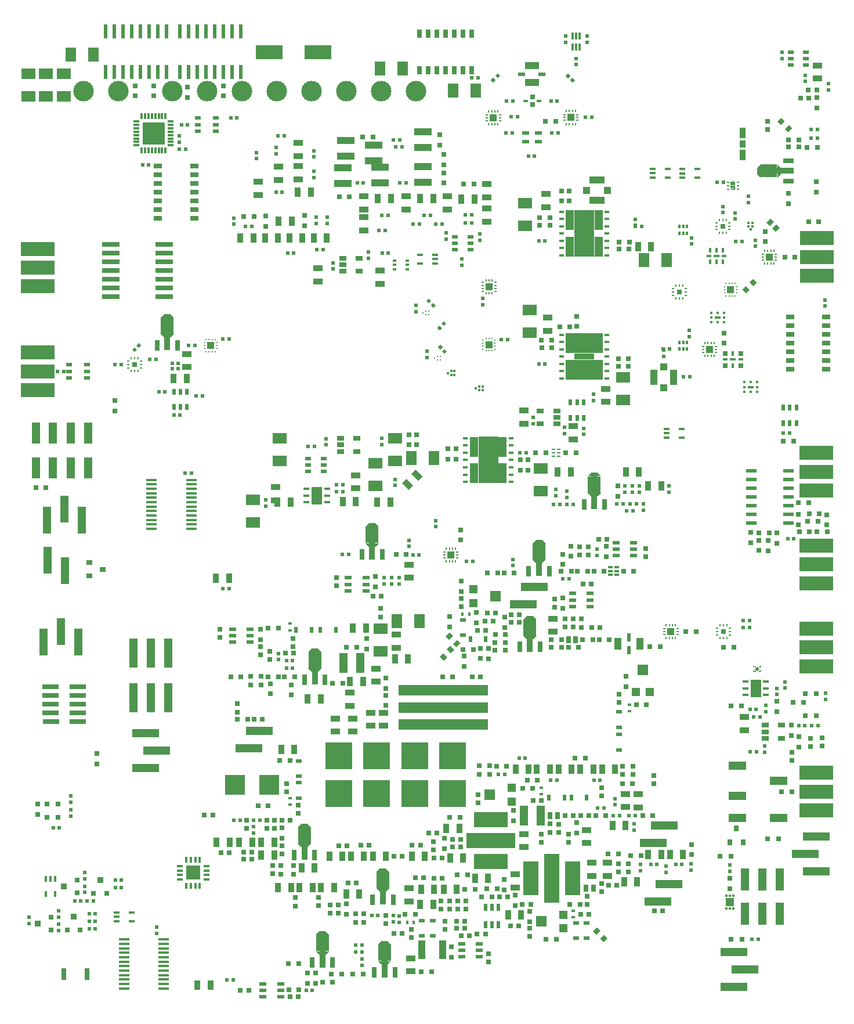
<source format=gtp>
G04 #@! TF.FileFunction,Paste,Top*
%FSLAX46Y46*%
G04 Gerber Fmt 4.6, Leading zero omitted, Abs format (unit mm)*
G04 Created by KiCad (PCBNEW 4.0.7) date Tue Jun  4 16:27:17 2019*
%MOMM*%
%LPD*%
G01*
G04 APERTURE LIST*
%ADD10C,0.150000*%
%ADD11R,0.802000X0.702000*%
%ADD12R,1.502000X1.602000*%
%ADD13R,1.202000X1.202000*%
%ADD14R,1.272000X4.242000*%
%ADD15R,1.202000X3.152000*%
%ADD16R,2.402000X0.742000*%
%ADD17C,3.002000*%
%ADD18R,0.302000X0.852000*%
%ADD19R,0.852000X0.302000*%
%ADD20R,3.202000X3.202000*%
%ADD21R,5.002000X2.002000*%
%ADD22R,0.552000X0.452000*%
%ADD23R,4.002000X1.202000*%
%ADD24R,1.272000X3.202400*%
%ADD25R,0.602000X0.952000*%
%ADD26R,0.397000X0.202000*%
%ADD27R,0.202000X0.397000*%
%ADD28R,1.002000X1.002000*%
%ADD29R,0.602000X1.102000*%
%ADD30R,1.102000X0.602000*%
%ADD31R,0.902000X0.402000*%
%ADD32R,0.677000X0.402000*%
%ADD33R,0.402000X0.677000*%
%ADD34R,0.832000X0.632000*%
%ADD35R,1.907000X2.427700*%
%ADD36R,0.713200X1.500600*%
%ADD37R,0.916400X5.336000*%
%ADD38R,0.799560X0.700500*%
%ADD39R,0.652000X0.302000*%
%ADD40R,2.002000X1.052000*%
%ADD41R,0.700500X0.799560*%
%ADD42R,0.702000X0.802000*%
%ADD43R,1.401540X0.901160*%
%ADD44R,0.497300X0.497300*%
%ADD45R,0.901160X1.401540*%
%ADD46R,0.700500X1.052000*%
%ADD47R,1.222000X2.992000*%
%ADD48R,1.526000X2.034000*%
%ADD49R,2.034000X1.526000*%
%ADD50R,0.802000X0.802000*%
%ADD51R,0.902000X0.902000*%
%ADD52R,0.802000X1.702000*%
%ADD53R,1.002000X0.702000*%
%ADD54R,0.302000X0.992000*%
%ADD55R,0.902000X1.502000*%
%ADD56R,0.902000X1.102000*%
%ADD57R,4.002000X2.002000*%
%ADD58R,3.002000X3.002000*%
%ADD59R,0.799560X0.799560*%
%ADD60R,0.902000X0.702000*%
%ADD61R,0.452000X0.552000*%
%ADD62R,0.632000X0.832000*%
%ADD63R,1.202000X4.002000*%
%ADD64R,2.202000X1.002000*%
%ADD65R,1.002000X2.202000*%
%ADD66R,1.002000X2.802000*%
%ADD67R,1.602000X1.502000*%
%ADD68R,4.002000X4.002000*%
%ADD69R,0.902000X0.602000*%
%ADD70R,0.442000X0.202000*%
%ADD71R,0.202000X0.442000*%
%ADD72R,0.762000X0.762000*%
%ADD73R,13.002000X1.502000*%
%ADD74R,0.802000X0.902000*%
%ADD75R,2.502000X1.202000*%
%ADD76R,1.602000X2.502000*%
%ADD77R,0.902000X0.452000*%
%ADD78R,0.602000X2.002000*%
%ADD79R,1.552000X0.602000*%
%ADD80R,0.402000X0.402000*%
%ADD81R,0.402000X0.732000*%
%ADD82R,0.732000X0.402000*%
%ADD83R,0.732000X0.732000*%
%ADD84R,0.427000X0.352000*%
%ADD85R,0.282000X0.202000*%
%ADD86R,0.202000X0.282000*%
%ADD87R,1.277000X2.957000*%
%ADD88R,2.902000X6.802000*%
%ADD89R,0.302000X0.502000*%
%ADD90R,5.452000X2.957000*%
%ADD91R,2.902000X0.892000*%
%ADD92R,0.702000X1.182000*%
%ADD93R,1.002000X0.542000*%
%ADD94R,0.952000X0.602000*%
%ADD95R,1.182000X0.702000*%
%ADD96R,1.502000X0.452000*%
%ADD97R,0.612000X1.247000*%
%ADD98R,1.042000X1.802000*%
%ADD99R,0.552000X0.252000*%
%ADD100R,0.652000X0.352000*%
%ADD101R,4.912000X2.162000*%
%ADD102R,7.112000X2.262000*%
%ADD103R,2.162000X4.912000*%
%ADD104R,2.262000X7.112000*%
%ADD105R,2.502000X0.802000*%
%ADD106R,0.802000X1.602000*%
%ADD107R,0.852000X0.352000*%
%ADD108R,0.352000X0.852000*%
%ADD109R,0.422000X0.112000*%
%ADD110R,0.242000X0.262000*%
%ADD111R,0.352000X0.427000*%
%ADD112R,0.202000X0.252000*%
%ADD113R,0.552000X0.152000*%
%ADD114R,0.702000X0.452000*%
%ADD115R,0.202000X0.052000*%
%ADD116R,0.352000X0.252000*%
%ADD117R,0.702000X0.602000*%
%ADD118R,0.502000X0.402000*%
%ADD119R,0.952000X0.302000*%
%ADD120R,0.302000X0.952000*%
%ADD121R,2.152000X2.152000*%
%ADD122R,2.542000X1.022000*%
%ADD123R,0.362000X0.432000*%
%ADD124R,1.302000X1.152000*%
%ADD125R,2.427700X1.907000*%
%ADD126R,1.500600X0.713200*%
%ADD127R,5.336000X0.916400*%
G04 APERTURE END LIST*
D10*
G36*
X99843955Y-124242346D02*
X100411054Y-124809445D01*
X99914665Y-125305834D01*
X99347566Y-124738735D01*
X99843955Y-124242346D01*
X99843955Y-124242346D01*
G37*
G36*
X98783295Y-125303006D02*
X99350394Y-125870105D01*
X98854005Y-126366494D01*
X98286906Y-125799395D01*
X98783295Y-125303006D01*
X98783295Y-125303006D01*
G37*
D11*
X154746380Y-105108180D03*
X154746380Y-106608180D03*
D12*
X105536540Y-145941680D03*
D13*
X108786540Y-146941680D03*
X108786540Y-144941680D03*
D14*
X53616280Y-125313480D03*
X53616280Y-131843480D03*
X58696280Y-131843480D03*
X58696280Y-125313480D03*
X56156280Y-131843480D03*
X56156280Y-125313480D03*
D15*
X41858780Y-93198980D03*
X41858780Y-98298980D03*
X44418780Y-93198980D03*
X44418780Y-98298980D03*
X46948780Y-93198980D03*
X46948780Y-98298980D03*
X39328780Y-93198980D03*
X39328780Y-98298980D03*
D16*
X41543980Y-135296780D03*
X45418980Y-135296780D03*
X41518980Y-132756780D03*
X45418980Y-132756780D03*
X45418980Y-134026780D03*
X41518980Y-134026780D03*
X41518980Y-131486780D03*
X45418980Y-131486780D03*
X45418980Y-130216780D03*
X41518980Y-130216780D03*
D17*
X94776980Y-43297980D03*
X84616980Y-43297980D03*
X74456980Y-43297980D03*
X64296980Y-43297980D03*
X59216980Y-43297980D03*
X69376980Y-43297980D03*
X79536980Y-43297980D03*
X89696980Y-43347980D03*
X46288380Y-43348780D03*
X51368380Y-43348780D03*
D18*
X58274580Y-51970580D03*
X57774580Y-51970580D03*
X57274580Y-51970580D03*
X56774580Y-51970580D03*
X56274580Y-51970580D03*
X55774580Y-51970580D03*
X55274580Y-51970580D03*
X54774580Y-51970580D03*
X54774580Y-47020580D03*
X55274580Y-47020580D03*
X55774580Y-47020580D03*
X56274580Y-47020580D03*
X56774580Y-47020580D03*
X57274580Y-47020580D03*
X57774580Y-47020580D03*
X58274580Y-47020580D03*
D19*
X54049580Y-51245580D03*
X54049580Y-50745580D03*
X54049580Y-50245580D03*
X54049580Y-49745580D03*
X54049580Y-49245580D03*
X54049580Y-48745580D03*
X54049580Y-48245580D03*
X54049580Y-47745580D03*
X58999580Y-47745580D03*
X58999580Y-48245580D03*
X58999580Y-48745580D03*
X58999580Y-49245580D03*
X58999580Y-49745580D03*
X58999580Y-50245580D03*
X58999580Y-50745580D03*
D20*
X56524580Y-49495580D03*
D19*
X58999580Y-51245580D03*
D21*
X39582780Y-86941980D03*
X39582780Y-81441980D03*
X39582780Y-84191980D03*
X39582780Y-71828980D03*
X39582780Y-66328980D03*
X39582780Y-69078980D03*
D22*
X76466700Y-146436060D03*
X76466700Y-147386060D03*
D23*
X142820980Y-171481620D03*
X141220980Y-168941620D03*
X141220980Y-174021620D03*
D12*
X113096540Y-164451680D03*
D13*
X116346540Y-165451680D03*
X116346540Y-163451680D03*
D24*
X147923380Y-158324980D03*
X145383380Y-158324980D03*
X142843380Y-158324980D03*
X147923380Y-163326240D03*
X145383380Y-163326240D03*
X142843380Y-163326240D03*
D23*
X151609580Y-154562680D03*
X153209580Y-157102680D03*
X153209580Y-152022680D03*
D21*
X153209680Y-142744880D03*
X153209680Y-148244880D03*
X153209680Y-145494880D03*
X153222380Y-121723840D03*
X153222380Y-127223840D03*
X153222380Y-124473840D03*
X153232540Y-109608040D03*
X153232540Y-115108040D03*
X153232540Y-112358040D03*
X153242700Y-96120640D03*
X153242700Y-101620640D03*
X153242700Y-98870640D03*
X153308000Y-64790000D03*
X153308000Y-70290000D03*
X153308000Y-67540000D03*
D25*
X59473480Y-87181780D03*
X60423480Y-87181780D03*
X61373480Y-87181780D03*
X61373480Y-89431780D03*
X59473480Y-89431780D03*
X60423480Y-89431780D03*
D26*
X147330500Y-67940000D03*
X147330500Y-67140000D03*
X147330500Y-67540000D03*
D27*
X145703000Y-68492500D03*
X146153000Y-68492500D03*
X146603000Y-68492500D03*
X147053000Y-68492500D03*
X145703000Y-66587500D03*
X146153000Y-66587500D03*
X146603000Y-66587500D03*
D26*
X145425500Y-67140000D03*
X145425500Y-67940000D03*
X145425500Y-67540000D03*
D27*
X147053000Y-66587500D03*
D28*
X146378000Y-67540000D03*
D29*
X104946540Y-162351680D03*
X105896540Y-162351680D03*
X106846540Y-162351680D03*
X106846540Y-164951680D03*
X105896540Y-164951680D03*
X104946540Y-164951680D03*
D30*
X101471540Y-169601680D03*
X101471540Y-168651680D03*
X101471540Y-167701680D03*
X104071540Y-167701680D03*
X104071540Y-168651680D03*
X104071540Y-169601680D03*
D10*
G36*
X147601006Y-47781405D02*
X148168105Y-47214306D01*
X148664494Y-47710695D01*
X148097395Y-48277794D01*
X147601006Y-47781405D01*
X147601006Y-47781405D01*
G37*
G36*
X148661666Y-48842065D02*
X149228765Y-48274966D01*
X149725154Y-48771355D01*
X149158055Y-49338454D01*
X148661666Y-48842065D01*
X148661666Y-48842065D01*
G37*
D31*
X138658000Y-67400000D03*
D32*
X137570500Y-67400000D03*
X139745500Y-67400000D03*
D33*
X139608000Y-68237500D03*
X138658000Y-68237500D03*
X137708000Y-68237500D03*
X137708000Y-66562500D03*
X138658000Y-66562500D03*
X139608000Y-66562500D03*
D34*
X95645660Y-164331580D03*
X95645660Y-166561580D03*
X97311900Y-166551420D03*
X97311900Y-164321420D03*
D10*
G36*
X79477600Y-153102580D02*
X78982300Y-153599880D01*
X78065900Y-153599880D01*
X77570600Y-153102580D01*
X79477600Y-153102580D01*
X79477600Y-153102580D01*
G37*
D35*
X78524100Y-151890730D03*
D36*
X80022700Y-154767280D03*
D37*
X78524100Y-152849580D03*
D36*
X77025500Y-154767280D03*
D10*
G36*
X77570600Y-150678880D02*
X78065900Y-150181580D01*
X78982300Y-150181580D01*
X79477600Y-150678880D01*
X77570600Y-150678880D01*
X77570600Y-150678880D01*
G37*
D38*
X146161180Y-48939880D03*
X146161180Y-47739880D03*
D39*
X110848000Y-44760000D03*
D11*
X111798000Y-45310000D03*
D39*
X112748000Y-44760000D03*
D11*
X111798000Y-44210000D03*
D40*
X111718000Y-39625000D03*
D30*
X110218000Y-40850000D03*
D40*
X111718000Y-42075000D03*
D30*
X113218000Y-40850000D03*
D41*
X152088000Y-43200000D03*
X153288000Y-43200000D03*
X150971380Y-44313980D03*
X152171380Y-44313980D03*
D42*
X149195780Y-50409980D03*
X150695780Y-50409980D03*
D11*
X153349380Y-45775180D03*
X153349380Y-44275180D03*
D10*
G36*
X147877795Y-63245221D02*
X147312421Y-63810595D01*
X146817093Y-63315267D01*
X147382467Y-62749893D01*
X147877795Y-63245221D01*
X147877795Y-63245221D01*
G37*
G36*
X147029267Y-62396693D02*
X146463893Y-62962067D01*
X145968565Y-62466739D01*
X146533939Y-61901365D01*
X147029267Y-62396693D01*
X147029267Y-62396693D01*
G37*
D11*
X98904480Y-52580980D03*
X98904480Y-54080980D03*
D42*
X103258000Y-56860000D03*
X101758000Y-56860000D03*
X150136980Y-67549900D03*
X148636980Y-67549900D03*
D10*
G36*
X143972975Y-70707926D02*
X144540074Y-71275025D01*
X144043685Y-71771414D01*
X143476586Y-71204315D01*
X143972975Y-70707926D01*
X143972975Y-70707926D01*
G37*
G36*
X142912315Y-71768586D02*
X143479414Y-72335685D01*
X142983025Y-72832074D01*
X142415926Y-72264975D01*
X142912315Y-71768586D01*
X142912315Y-71768586D01*
G37*
D11*
X145780180Y-65307780D03*
X145780180Y-63807780D03*
D42*
X150708000Y-51500000D03*
X149208000Y-51500000D03*
X153408000Y-51510000D03*
X151908000Y-51510000D03*
D43*
X153378000Y-41502500D03*
X153378000Y-39597500D03*
D44*
X152468420Y-50210000D03*
X153367580Y-50210000D03*
X152468420Y-48960000D03*
X153367580Y-48960000D03*
X151618000Y-41020420D03*
X151618000Y-41919580D03*
D11*
X149188000Y-58270000D03*
X149188000Y-59770000D03*
D44*
X148228000Y-38599580D03*
X148228000Y-37700420D03*
X119549600Y-47184180D03*
X120448760Y-47184180D03*
X111228420Y-52840000D03*
X112127580Y-52840000D03*
X68667580Y-47260000D03*
X67768420Y-47260000D03*
D41*
X69699580Y-155381960D03*
X70899580Y-155381960D03*
D42*
X105890180Y-160849180D03*
X104390180Y-160849180D03*
D11*
X100015040Y-168139680D03*
X100015040Y-169639680D03*
X122623580Y-109752700D03*
X122623580Y-111252700D03*
D45*
X86549040Y-160451680D03*
X84644040Y-160451680D03*
D42*
X130446540Y-124351680D03*
X128946540Y-124351680D03*
X123046540Y-123351680D03*
X121546540Y-123351680D03*
D43*
X109295620Y-157580200D03*
X109295620Y-159485200D03*
D11*
X111396540Y-164501680D03*
X111396540Y-163001680D03*
D42*
X126482540Y-141775180D03*
X124982540Y-141775180D03*
X108067540Y-141775180D03*
X106567540Y-141775180D03*
X76256540Y-174401680D03*
X77756540Y-174401680D03*
D11*
X107741720Y-120057480D03*
X107741720Y-121557480D03*
D45*
X101683820Y-155206700D03*
X99778820Y-155206700D03*
D42*
X101246540Y-149261680D03*
X99746540Y-149261680D03*
X129396540Y-149001680D03*
X127896540Y-149001680D03*
D44*
X67243960Y-172953680D03*
X68143120Y-172953680D03*
D11*
X88917780Y-115624040D03*
X88917780Y-114124040D03*
X72120180Y-123359480D03*
X72120180Y-121859480D03*
X116215160Y-117283800D03*
X116215160Y-118783800D03*
D45*
X97349040Y-161951680D03*
X95444040Y-161951680D03*
D11*
X84696540Y-163401680D03*
X84696540Y-161901680D03*
X109296540Y-162101680D03*
X109296540Y-160601680D03*
D43*
X94046040Y-169814680D03*
X94046040Y-171719680D03*
D11*
X118259860Y-150014240D03*
X118259860Y-151514240D03*
D46*
X115485600Y-149000080D03*
X114393400Y-149000080D03*
D47*
X110542940Y-149024340D03*
X113032940Y-149024340D03*
D43*
X110596540Y-153604180D03*
X110596540Y-151699180D03*
D11*
X98999040Y-152295160D03*
X98999040Y-153795160D03*
D45*
X96121220Y-154914600D03*
X94216220Y-154914600D03*
D43*
X119746540Y-153004180D03*
X119746540Y-151099180D03*
D45*
X101139040Y-150901680D03*
X99234040Y-150901680D03*
D42*
X126589220Y-113319560D03*
X125089220Y-113319560D03*
X120788420Y-113346100D03*
X122288420Y-113346100D03*
X122545540Y-149014180D03*
X121045540Y-149014180D03*
D45*
X130622040Y-154658680D03*
X128717040Y-154658680D03*
X133797040Y-154658680D03*
X131892040Y-154658680D03*
D43*
X114759740Y-120271540D03*
X114759740Y-122176540D03*
D11*
X101304780Y-108817980D03*
X101304780Y-107317980D03*
D42*
X113780000Y-96095820D03*
X112280000Y-96095820D03*
X118171660Y-96075500D03*
X116671660Y-96075500D03*
X126146540Y-154851680D03*
X127646540Y-154851680D03*
D11*
X134996540Y-153201680D03*
X134996540Y-154701680D03*
D42*
X100193540Y-128757680D03*
X98693540Y-128757680D03*
X68746940Y-134955280D03*
X70246940Y-134955280D03*
D38*
X90396540Y-163551680D03*
X90396540Y-164751680D03*
X118950740Y-120339560D03*
X118950740Y-121539560D03*
D41*
X71182940Y-134955280D03*
X72382940Y-134955280D03*
D38*
X68729280Y-133902880D03*
X68729280Y-132702880D03*
X124462540Y-132532680D03*
X124462540Y-131332680D03*
X76885220Y-123139780D03*
X76885220Y-124339780D03*
D41*
X104234540Y-128757680D03*
X103034540Y-128757680D03*
D38*
X83205320Y-115512140D03*
X83205320Y-114312140D03*
D41*
X120438620Y-121539000D03*
X121638620Y-121539000D03*
D38*
X116568220Y-121488760D03*
X116568220Y-120288760D03*
X117746780Y-121509080D03*
X117746780Y-120309080D03*
D41*
X122659700Y-108704380D03*
X121459700Y-108704380D03*
X119163540Y-115196620D03*
X120363540Y-115196620D03*
X101416540Y-166491680D03*
X102616540Y-166491680D03*
X76406540Y-175441680D03*
X77606540Y-175441680D03*
D38*
X72107480Y-124371680D03*
X72107480Y-125571680D03*
D41*
X88568660Y-116968140D03*
X89768660Y-116968140D03*
X92812160Y-154927300D03*
X91612160Y-154927300D03*
X94261380Y-153289000D03*
X95461380Y-153289000D03*
D38*
X103866540Y-147171680D03*
X103866540Y-145971680D03*
X97368360Y-154038860D03*
X97368360Y-152838860D03*
D41*
X98610980Y-155206700D03*
X97410980Y-155206700D03*
X113141740Y-146777580D03*
X111941740Y-146777580D03*
X100116540Y-152451680D03*
X101316540Y-152451680D03*
X101323700Y-153614120D03*
X100123700Y-153614120D03*
D38*
X121926540Y-144921680D03*
X121926540Y-146121680D03*
X113071540Y-151726680D03*
X113071540Y-152926680D03*
X114401600Y-150227740D03*
X114401600Y-151427740D03*
X115618260Y-150232820D03*
X115618260Y-151432820D03*
D41*
X117803220Y-149031960D03*
X116603220Y-149031960D03*
X120038420Y-149029420D03*
X118838420Y-149029420D03*
X105229100Y-119486680D03*
X106429100Y-119486680D03*
X104868420Y-120647460D03*
X106068420Y-120647460D03*
D38*
X115095020Y-118610940D03*
X115095020Y-117410940D03*
D41*
X101921540Y-164401680D03*
X100721540Y-164401680D03*
D38*
X99071540Y-164376680D03*
X99071540Y-165576680D03*
D41*
X100721540Y-165451680D03*
X101921540Y-165451680D03*
D38*
X111396540Y-166601680D03*
X111396540Y-165401680D03*
D41*
X118846540Y-163401680D03*
X120046540Y-163401680D03*
X110351700Y-161987100D03*
X111551700Y-161987100D03*
D38*
X121891480Y-158890280D03*
X121891480Y-160090280D03*
X94121540Y-165576680D03*
X94121540Y-166776680D03*
X87196540Y-163351680D03*
X87196540Y-164551680D03*
X85996540Y-163351680D03*
X85996540Y-164551680D03*
D41*
X86096540Y-158851680D03*
X84896540Y-158851680D03*
X92824280Y-166183180D03*
X91624280Y-166183180D03*
D38*
X99696540Y-162651680D03*
X99696540Y-161451680D03*
X98496540Y-162651680D03*
X98496540Y-161451680D03*
X102096540Y-161451680D03*
X102096540Y-162651680D03*
X75272900Y-154579880D03*
X75272900Y-153379880D03*
D41*
X70406540Y-174521680D03*
X69206540Y-174521680D03*
D38*
X118668800Y-111018880D03*
X118668800Y-109818880D03*
X119964200Y-111018880D03*
X119964200Y-109818880D03*
X89613740Y-120010480D03*
X89613740Y-118810480D03*
X66194940Y-123007680D03*
X66194940Y-121807680D03*
D41*
X96706540Y-151561680D03*
X97906540Y-151561680D03*
D38*
X117121540Y-152926680D03*
X117121540Y-151726680D03*
D41*
X108596540Y-165051680D03*
X109796540Y-165051680D03*
X124142480Y-159185480D03*
X122942480Y-159185480D03*
D38*
X100896540Y-161451680D03*
X100896540Y-162651680D03*
D41*
X83532420Y-153382980D03*
X84732420Y-153382980D03*
X86783620Y-153360120D03*
X87983620Y-153360120D03*
X106996540Y-160851680D03*
X108196540Y-160851680D03*
D38*
X70126860Y-149663860D03*
X70126860Y-150863860D03*
X129534920Y-144323360D03*
X129534920Y-143123360D03*
X101439980Y-118514420D03*
X101439980Y-117314420D03*
D41*
X108715940Y-119716420D03*
X109915940Y-119716420D03*
X108705780Y-120834020D03*
X109905780Y-120834020D03*
D38*
X105440480Y-170381220D03*
X105440480Y-169181220D03*
X119834080Y-161969880D03*
X119834080Y-160769880D03*
D41*
X130833420Y-162907980D03*
X129633420Y-162907980D03*
X103740660Y-166286180D03*
X104940660Y-166286180D03*
D38*
X77673200Y-147448980D03*
X77673200Y-148648980D03*
X73063100Y-149663860D03*
X73063100Y-150863860D03*
X74168000Y-149686720D03*
X74168000Y-150886720D03*
X75904780Y-145523380D03*
X75904780Y-144323380D03*
X75095100Y-157521200D03*
X75095100Y-156321200D03*
X76974700Y-157521200D03*
X76974700Y-156321200D03*
D41*
X65150980Y-148898480D03*
X63950980Y-148898480D03*
X75744780Y-125326140D03*
X76944780Y-125326140D03*
D38*
X128353820Y-110057640D03*
X128353820Y-111257640D03*
D44*
X131775200Y-100949760D03*
X131775200Y-101848920D03*
X127439420Y-100921820D03*
X127439420Y-101820980D03*
D45*
X128691640Y-100926900D03*
X130596640Y-100926900D03*
D11*
X75288140Y-150806720D03*
X75288140Y-152306720D03*
D45*
X78107540Y-156636720D03*
X80012540Y-156636720D03*
D44*
X66654100Y-115865780D03*
X67553260Y-115865780D03*
D41*
X103768020Y-122012580D03*
X104968020Y-122012580D03*
D38*
X77177900Y-162182100D03*
X77177900Y-160982100D03*
X80604360Y-162159240D03*
X80604360Y-160959240D03*
D41*
X82277660Y-163266120D03*
X83477660Y-163266120D03*
X82270040Y-162079940D03*
X83470040Y-162079940D03*
X95898260Y-158097220D03*
X94698260Y-158097220D03*
X98656700Y-158145480D03*
X97456700Y-158145480D03*
X66377260Y-154424380D03*
X67577260Y-154424380D03*
X69694500Y-154310080D03*
X70894500Y-154310080D03*
X76462180Y-149656800D03*
X75262180Y-149656800D03*
D45*
X74137520Y-154800300D03*
X72232520Y-154800300D03*
D38*
X73901300Y-156311040D03*
X73901300Y-157511040D03*
D42*
X135671680Y-122190380D03*
X134171680Y-122190380D03*
X141178400Y-124476380D03*
X139678400Y-124476380D03*
D11*
X147522620Y-109277720D03*
X147522620Y-107777720D03*
D42*
X152118180Y-103343580D03*
X150618180Y-103343580D03*
D11*
X146176420Y-108875000D03*
X146176420Y-110375000D03*
D42*
X153692980Y-104994580D03*
X152192980Y-104994580D03*
D11*
X150641740Y-105098020D03*
X150641740Y-106598020D03*
D42*
X144842220Y-107765720D03*
X146342220Y-107765720D03*
D11*
X143671980Y-107706600D03*
X143671980Y-109206600D03*
D42*
X150745180Y-107598080D03*
X152245180Y-107598080D03*
D44*
X51779860Y-83239480D03*
X50880700Y-83239480D03*
X60258380Y-50757960D03*
X60258380Y-49858800D03*
X61495360Y-48225580D03*
X60596200Y-48225580D03*
X92432560Y-50409980D03*
X91533400Y-50409980D03*
X61165160Y-51781580D03*
X60266000Y-51781580D03*
X42762860Y-150739980D03*
X41863700Y-150739980D03*
D11*
X39646280Y-147322980D03*
X39646280Y-148822980D03*
D44*
X144111400Y-134636380D03*
X145010560Y-134636380D03*
X145729380Y-138860400D03*
X145729380Y-139759560D03*
X118221180Y-38555800D03*
X118221180Y-39454960D03*
D48*
X92859280Y-39995980D03*
X89557280Y-39995980D03*
D49*
X38249280Y-40757980D03*
X38249280Y-44059980D03*
D42*
X153616780Y-62424180D03*
X152116780Y-62424180D03*
D49*
X40789280Y-40757980D03*
X40789280Y-44059980D03*
D11*
X153247780Y-58081480D03*
X153247780Y-56581480D03*
D49*
X43392780Y-40757980D03*
X43392780Y-44059980D03*
D48*
X100225280Y-43234480D03*
X103527280Y-43234480D03*
D11*
X48282280Y-139956980D03*
X48282280Y-141456980D03*
D42*
X39340780Y-101159180D03*
X40840780Y-101159180D03*
D48*
X47710780Y-37963980D03*
X44408780Y-37963980D03*
D43*
X142732180Y-134649080D03*
X142732180Y-136554080D03*
D50*
X41598780Y-163823480D03*
X41598780Y-165723480D03*
D51*
X39598780Y-164773480D03*
D50*
X45803280Y-165709980D03*
X43903280Y-165709980D03*
D51*
X44853280Y-163709980D03*
D44*
X44472280Y-149094060D03*
X44472280Y-148194900D03*
X44472280Y-147062060D03*
X44472280Y-146162900D03*
X38312780Y-164715060D03*
X38312780Y-163815900D03*
X42694280Y-163826060D03*
X42694280Y-162926900D03*
X42694280Y-164831900D03*
X42694280Y-165731060D03*
X47134200Y-165471980D03*
X48033360Y-165471980D03*
X48033360Y-163312980D03*
X47134200Y-163312980D03*
X48033360Y-164392480D03*
X47134200Y-164392480D03*
X151576460Y-135855580D03*
X150677300Y-135855580D03*
X153481460Y-135855580D03*
X152582300Y-135855580D03*
X119795980Y-35330000D03*
X119795980Y-36229160D03*
X116620980Y-35304600D03*
X116620980Y-36203760D03*
D11*
X61490280Y-42738480D03*
X61490280Y-44238480D03*
X66697280Y-42547980D03*
X66697280Y-44047980D03*
X53806780Y-42547980D03*
X53806780Y-44047980D03*
X56537280Y-42547980D03*
X56537280Y-44047980D03*
D52*
X46807280Y-172075980D03*
X43407280Y-172075980D03*
D53*
X148148580Y-135819980D03*
X148148580Y-137719980D03*
X145748580Y-137719980D03*
X145748580Y-135819980D03*
X145748580Y-136769980D03*
D54*
X118721180Y-35309780D03*
X118221180Y-35309780D03*
X117721180Y-35309780D03*
X117721180Y-36909780D03*
X118221180Y-36909780D03*
X118721180Y-36909780D03*
D44*
X43397860Y-84191980D03*
X42498700Y-84191980D03*
D50*
X45408780Y-158362480D03*
X45408780Y-160262480D03*
D51*
X43408780Y-159312480D03*
D50*
X49676780Y-160375980D03*
X47776780Y-160375980D03*
D51*
X48726780Y-158375980D03*
D44*
X50944200Y-159502980D03*
X51843360Y-159502980D03*
X50944200Y-158359980D03*
X51843360Y-158359980D03*
X46504280Y-159307400D03*
X46504280Y-160206560D03*
X47728560Y-161458780D03*
X46829400Y-161458780D03*
X45000600Y-161458780D03*
X45899760Y-161458780D03*
X46504280Y-157338900D03*
X46504280Y-158238060D03*
D11*
X139785780Y-80115980D03*
X139785780Y-78615980D03*
D55*
X142478180Y-52619580D03*
X142478180Y-49419580D03*
D56*
X142478180Y-51019580D03*
D38*
X154085980Y-138868580D03*
X154085980Y-137668580D03*
X149691780Y-139802180D03*
X149691780Y-141002180D03*
X152358780Y-137744780D03*
X152358780Y-138944780D03*
D11*
X150733180Y-139018580D03*
X150733180Y-137518580D03*
D42*
X142313780Y-133010780D03*
X140813780Y-133010780D03*
D44*
X143552600Y-133518780D03*
X144451760Y-133518780D03*
X145881780Y-132916800D03*
X145881780Y-133815960D03*
D57*
X80470780Y-37646480D03*
X73370780Y-37646480D03*
D42*
X153464380Y-106058840D03*
X151964380Y-106058840D03*
X148413460Y-94364680D03*
X149913460Y-94364680D03*
D44*
X148414160Y-93231840D03*
X149313320Y-93231840D03*
D42*
X153351220Y-107598080D03*
X154851220Y-107598080D03*
D11*
X144860700Y-108849600D03*
X144860700Y-110349600D03*
D42*
X114378000Y-62870000D03*
X112878000Y-62870000D03*
X114338000Y-61780000D03*
X112838000Y-61780000D03*
D11*
X117208000Y-59360000D03*
X117208000Y-57860000D03*
X116078000Y-59380000D03*
X116078000Y-57880000D03*
D42*
X124438000Y-65360000D03*
X125938000Y-65360000D03*
X124428000Y-66400000D03*
X125928000Y-66400000D03*
X114658000Y-80720000D03*
X113158000Y-80720000D03*
X114628000Y-79640000D03*
X113128000Y-79640000D03*
D11*
X118278000Y-76170000D03*
X118278000Y-77670000D03*
D42*
X115774460Y-77704820D03*
X117274460Y-77704820D03*
X124348000Y-82400000D03*
X125848000Y-82400000D03*
X124338000Y-83430000D03*
X125838000Y-83430000D03*
D44*
X121206260Y-111074200D03*
X121206260Y-110175040D03*
D11*
X147507380Y-132362380D03*
X147507380Y-133862380D03*
D10*
G36*
X53742879Y-81394425D02*
X53391235Y-81042781D01*
X53742879Y-80691137D01*
X54094523Y-81042781D01*
X53742879Y-81394425D01*
X53742879Y-81394425D01*
G37*
G36*
X54378681Y-80758623D02*
X54027037Y-80406979D01*
X54378681Y-80055335D01*
X54730325Y-80406979D01*
X54378681Y-80758623D01*
X54378681Y-80758623D01*
G37*
D42*
X83612980Y-58715780D03*
X85112980Y-58715780D03*
X87054680Y-50054380D03*
X88554680Y-50054380D03*
D11*
X98256780Y-49698080D03*
X98256780Y-51198080D03*
X98917180Y-55247980D03*
X98917180Y-56747980D03*
X78528000Y-62970000D03*
X78528000Y-61470000D03*
X72928000Y-63080000D03*
X72928000Y-61580000D03*
D42*
X69658000Y-61620000D03*
X71158000Y-61620000D03*
X87079520Y-172093060D03*
X85579520Y-172093060D03*
X97082040Y-171783180D03*
X95582040Y-171783180D03*
X103446540Y-159751680D03*
X101946540Y-159751680D03*
X102318940Y-157643700D03*
X100818940Y-157643700D03*
D58*
X73388280Y-144516980D03*
X68388280Y-144516980D03*
D45*
X77049040Y-139381680D03*
X75144040Y-139381680D03*
D42*
X76444540Y-140949680D03*
X74944540Y-140949680D03*
D43*
X83046540Y-134849180D03*
X83046540Y-136754180D03*
X85596540Y-134849180D03*
X85596540Y-136754180D03*
D42*
X105588500Y-142963900D03*
X104088500Y-142963900D03*
X77726540Y-170621680D03*
X76226540Y-170621680D03*
D11*
X80139540Y-173485680D03*
X80139540Y-171985680D03*
X78996540Y-173485680D03*
X78996540Y-171985680D03*
D42*
X83962940Y-172121000D03*
X82462940Y-172121000D03*
X106743620Y-113605180D03*
X105243620Y-113605180D03*
D44*
X78796960Y-174501680D03*
X79696120Y-174501680D03*
D42*
X106646540Y-159651680D03*
X105146540Y-159651680D03*
D45*
X110149040Y-163451680D03*
X108244040Y-163451680D03*
D11*
X107696540Y-158301680D03*
X107696540Y-159801680D03*
D45*
X127111180Y-158677480D03*
X125206180Y-158677480D03*
D42*
X124346540Y-157251680D03*
X125846540Y-157251680D03*
X124346540Y-156051680D03*
X125846540Y-156051680D03*
X124335660Y-154610940D03*
X122835660Y-154610940D03*
X105573260Y-141759940D03*
X104073260Y-141759940D03*
D11*
X90413260Y-130458780D03*
X90413260Y-128958780D03*
X90408180Y-132942900D03*
X90408180Y-131442900D03*
D45*
X87518240Y-121696480D03*
X85613240Y-121696480D03*
D44*
X84094320Y-110937040D03*
X84993480Y-110937040D03*
X91249500Y-115206780D03*
X91249500Y-114307620D03*
X92364560Y-115206780D03*
X92364560Y-114307620D03*
X93819980Y-109743240D03*
X93819980Y-108844080D03*
X120697680Y-88438860D03*
X120697680Y-87539700D03*
D49*
X74889360Y-94002860D03*
X74889360Y-97304860D03*
D44*
X108999020Y-112539780D03*
X108999020Y-111640620D03*
D11*
X117411500Y-111191740D03*
X117411500Y-109691740D03*
D44*
X116245640Y-114472720D03*
X117144800Y-114472720D03*
D42*
X119880500Y-113346100D03*
X118380500Y-113346100D03*
D45*
X91754960Y-126154180D03*
X93659960Y-126154180D03*
D11*
X87655400Y-124674060D03*
X87655400Y-123174060D03*
D42*
X74719300Y-128733420D03*
X73219300Y-128733420D03*
D11*
X76636880Y-131420300D03*
X76636880Y-129920300D03*
D48*
X92026740Y-120680480D03*
X95328740Y-120680480D03*
D42*
X84115340Y-129672080D03*
X82615340Y-129672080D03*
D44*
X94383860Y-110964980D03*
X95283020Y-110964980D03*
X90162380Y-114302540D03*
X90162380Y-115201700D03*
D42*
X111056540Y-143851680D03*
X112556540Y-143851680D03*
X118033100Y-140634720D03*
X119533100Y-140634720D03*
X124966540Y-142951680D03*
X126466540Y-142951680D03*
D44*
X81663540Y-94018100D03*
X81663540Y-94917260D03*
X89842340Y-93972380D03*
X89842340Y-94871540D03*
D49*
X91732100Y-93977460D03*
X91732100Y-97279460D03*
D11*
X99463860Y-97031240D03*
X99463860Y-95531240D03*
X100677980Y-97033780D03*
X100677980Y-95533780D03*
X94917260Y-93443360D03*
X94917260Y-94943360D03*
X93781880Y-93443360D03*
X93781880Y-94943360D03*
D49*
X71010780Y-102966520D03*
X71010780Y-106268520D03*
D44*
X72885300Y-102943660D03*
X72885300Y-103842820D03*
D11*
X110055660Y-97100960D03*
X110055660Y-98600960D03*
X111163100Y-97095880D03*
X111163100Y-98595880D03*
D44*
X91805760Y-100840540D03*
X91805760Y-99941380D03*
D49*
X88851740Y-100909120D03*
X88851740Y-97607120D03*
D44*
X117746780Y-103644700D03*
X116847620Y-103644700D03*
X125310900Y-101813360D03*
X125310900Y-100914200D03*
X126367540Y-101813360D03*
X126367540Y-100914200D03*
X125039120Y-103565960D03*
X124139960Y-103565960D03*
D11*
X99709660Y-121451940D03*
X99709660Y-119951940D03*
X101883900Y-127222820D03*
X101883900Y-125722820D03*
D42*
X103195820Y-124764800D03*
X101695820Y-124764800D03*
D11*
X104183180Y-124593920D03*
X104183180Y-126093920D03*
D42*
X107859260Y-124841000D03*
X106359260Y-124841000D03*
X114546540Y-124451680D03*
X116046540Y-124451680D03*
X116046540Y-123351680D03*
X114546540Y-123351680D03*
X117054620Y-124461140D03*
X118554620Y-124461140D03*
X120646540Y-123351680D03*
X119146540Y-123351680D03*
D59*
X42605380Y-149215980D03*
X41005180Y-149215980D03*
X42541880Y-147310980D03*
X40941680Y-147310980D03*
X151596780Y-134458580D03*
X153196980Y-134458580D03*
X146148480Y-152365580D03*
X147748680Y-152365580D03*
D60*
X47117180Y-112121780D03*
X47117180Y-114021780D03*
X49117180Y-113071780D03*
D22*
X113126540Y-145896680D03*
X113126540Y-144946680D03*
D61*
X101627920Y-119590820D03*
X102577920Y-119590820D03*
D22*
X117776680Y-163826080D03*
X117776680Y-162876080D03*
D62*
X114241540Y-146411680D03*
X116471540Y-146411680D03*
D61*
X94471540Y-164551680D03*
X93521540Y-164551680D03*
D22*
X125986540Y-133804680D03*
X125986540Y-132854680D03*
D62*
X117511540Y-146401680D03*
X119741540Y-146401680D03*
D34*
X118146540Y-164636680D03*
X118146540Y-166866680D03*
X119746540Y-166866680D03*
X119746540Y-164636680D03*
X124462540Y-133865680D03*
X124462540Y-136095680D03*
X124462540Y-137167680D03*
X124462540Y-139397680D03*
D22*
X76405740Y-121968280D03*
X76405740Y-121018280D03*
D62*
X77322740Y-121950480D03*
X79552740Y-121950480D03*
X80878740Y-121950480D03*
X83108740Y-121950480D03*
D34*
X77696060Y-146436020D03*
X77696060Y-144206020D03*
X77696060Y-143281340D03*
X77696060Y-141051340D03*
X101704140Y-120439240D03*
X101704140Y-122669240D03*
D62*
X102748140Y-123278900D03*
X104978140Y-123278900D03*
D59*
X151596780Y-131181980D03*
X153196980Y-131181980D03*
D43*
X113818000Y-58347500D03*
X113818000Y-60252500D03*
D45*
X129150500Y-66000000D03*
X127245500Y-66000000D03*
D43*
X114078000Y-76397500D03*
X114078000Y-78302500D03*
X122488380Y-88649680D03*
X122488380Y-86744680D03*
D10*
G36*
X93788192Y-101502686D02*
X92797154Y-100511648D01*
X93434370Y-99874432D01*
X94425408Y-100865470D01*
X93788192Y-101502686D01*
X93788192Y-101502686D01*
G37*
G36*
X95135230Y-100155648D02*
X94144192Y-99164610D01*
X94781408Y-98527394D01*
X95772446Y-99518432D01*
X95135230Y-100155648D01*
X95135230Y-100155648D01*
G37*
D45*
X117401340Y-98859340D03*
X115496340Y-98859340D03*
D49*
X89613740Y-121721880D03*
X89613740Y-125023880D03*
D63*
X41055980Y-111712980D03*
X43595980Y-113312980D03*
D64*
X121248000Y-56330000D03*
X121248000Y-59230000D03*
D28*
X119748000Y-57780000D03*
X122748000Y-57780000D03*
D23*
X110515500Y-118226840D03*
X112115500Y-115686840D03*
D65*
X129518000Y-85080000D03*
X132418000Y-85080000D03*
D28*
X130968000Y-86580000D03*
X130968000Y-83580000D03*
D23*
X129436540Y-152951680D03*
X131036540Y-150411680D03*
X130096540Y-161521680D03*
X131696540Y-158981680D03*
X70396540Y-139181680D03*
X71996540Y-136641680D03*
D44*
X142394360Y-65256280D03*
X141495200Y-65256280D03*
D43*
X61350580Y-83595080D03*
X61350580Y-81690080D03*
X105168000Y-56897500D03*
X105168000Y-58802500D03*
X105108000Y-60467500D03*
X105108000Y-62372500D03*
D45*
X101445500Y-59060000D03*
X103350500Y-59060000D03*
D43*
X99408000Y-58687500D03*
X99408000Y-60592500D03*
D45*
X95445500Y-59020000D03*
X97350500Y-59020000D03*
D43*
X93348000Y-58667500D03*
X93348000Y-60572500D03*
D45*
X89245500Y-58990000D03*
X91150500Y-58990000D03*
D43*
X87218000Y-58667500D03*
X87218000Y-60572500D03*
X87238000Y-61747500D03*
X87238000Y-63652500D03*
D45*
X79905500Y-64790000D03*
X81810500Y-64790000D03*
X76325500Y-64780000D03*
X78230500Y-64780000D03*
X74755500Y-62330000D03*
X76660500Y-62330000D03*
X72765500Y-64790000D03*
X74670500Y-64790000D03*
X69175500Y-64790000D03*
X71080500Y-64790000D03*
X77585500Y-58080000D03*
X79490500Y-58080000D03*
D43*
X77638000Y-56182500D03*
X77638000Y-54277500D03*
X77668000Y-52802500D03*
X77668000Y-50897500D03*
X74738000Y-56262500D03*
X74738000Y-54357500D03*
X71828000Y-56567500D03*
X71828000Y-58472500D03*
D45*
X125409040Y-150461680D03*
X123504040Y-150461680D03*
D43*
X125396540Y-145849180D03*
X125396540Y-147754180D03*
X127246540Y-147779180D03*
X127246540Y-145874180D03*
D11*
X124244100Y-100938900D03*
X124244100Y-102438900D03*
D66*
X95696540Y-168551680D03*
X98696540Y-168551680D03*
D46*
X120742640Y-159551680D03*
X119650440Y-159551680D03*
D42*
X81167540Y-173307180D03*
X82667540Y-173307180D03*
D45*
X105349040Y-158151680D03*
X103444040Y-158151680D03*
D43*
X122796540Y-155899180D03*
X122796540Y-157804180D03*
D11*
X116268500Y-110865220D03*
X116268500Y-112365220D03*
D42*
X93404120Y-110942120D03*
X91904120Y-110942120D03*
D47*
X84205680Y-126725680D03*
X86695680Y-126725680D03*
D43*
X93804740Y-114300000D03*
X93804740Y-112395000D03*
D42*
X109164820Y-113601500D03*
X107664820Y-113601500D03*
D45*
X111254540Y-142219680D03*
X109349540Y-142219680D03*
X114366040Y-142219680D03*
X112461040Y-142219680D03*
X117541040Y-142219680D03*
X115636040Y-142219680D03*
X120716040Y-142219680D03*
X118811040Y-142219680D03*
X123891040Y-142219680D03*
X121986040Y-142219680D03*
D42*
X117477660Y-113346100D03*
X115977660Y-113346100D03*
D10*
G36*
X101289894Y-123858835D02*
X100722795Y-124425934D01*
X100226406Y-123929545D01*
X100793505Y-123362446D01*
X101289894Y-123858835D01*
X101289894Y-123858835D01*
G37*
G36*
X100229234Y-122798175D02*
X99662135Y-123365274D01*
X99165746Y-122868885D01*
X99732845Y-122301786D01*
X100229234Y-122798175D01*
X100229234Y-122798175D01*
G37*
D42*
X107882120Y-122605800D03*
X106382120Y-122605800D03*
D44*
X147507380Y-130427600D03*
X147507380Y-131326760D03*
X126788000Y-62030420D03*
X126788000Y-62929580D03*
X113647580Y-65170000D03*
X112748420Y-65170000D03*
X126848420Y-63040000D03*
X127747580Y-63040000D03*
X130958000Y-82029580D03*
X130958000Y-81130420D03*
X135046140Y-64748280D03*
X135046140Y-65647440D03*
X75905360Y-126370080D03*
X76804520Y-126370080D03*
X113647580Y-83100000D03*
X112748420Y-83100000D03*
X130908420Y-80960000D03*
X131807580Y-80960000D03*
X74729340Y-126260860D03*
X74729340Y-125361700D03*
X134654980Y-79150080D03*
X134654980Y-78250920D03*
X76804520Y-127538480D03*
X75905360Y-127538480D03*
X91496540Y-164501260D03*
X91496540Y-163602100D03*
X92363980Y-163650800D03*
X92363980Y-164549960D03*
X88346960Y-163551680D03*
X89246120Y-163551680D03*
X71147940Y-151505920D03*
X71147940Y-150606760D03*
X69151500Y-149682200D03*
X68252340Y-149682200D03*
X72019160Y-149677120D03*
X71120000Y-149677120D03*
X148624980Y-129513200D03*
X148624980Y-130412360D03*
D42*
X151356180Y-132502780D03*
X149856180Y-132502780D03*
D44*
X154619380Y-132037960D03*
X154619380Y-131138800D03*
D12*
X106410420Y-116979700D03*
D13*
X103160420Y-115979700D03*
X103160420Y-117979700D03*
D44*
X155051180Y-43163360D03*
X155051180Y-42264200D03*
X86939120Y-168925680D03*
X86039960Y-168925680D03*
D43*
X85178900Y-132966460D03*
X85178900Y-131061460D03*
D45*
X87106760Y-129438400D03*
X85201760Y-129438400D03*
D43*
X89004140Y-127551180D03*
X89004140Y-129456180D03*
D42*
X77120180Y-128742440D03*
X75620180Y-128742440D03*
D43*
X91950540Y-124528580D03*
X91950540Y-122623580D03*
D44*
X86939120Y-167873680D03*
X86039960Y-167873680D03*
X86934040Y-170835760D03*
X86934040Y-169936600D03*
X144477160Y-139690980D03*
X143578000Y-139690980D03*
X79100100Y-95177480D03*
X79999260Y-95177480D03*
X97713800Y-105961180D03*
X97713800Y-106860340D03*
D43*
X120496540Y-157804180D03*
X120496540Y-155899180D03*
D44*
X110004860Y-96052640D03*
X110904020Y-96052640D03*
D43*
X88238330Y-134001510D03*
X88238330Y-135906510D03*
D45*
X76530200Y-103266240D03*
X74625200Y-103266240D03*
D43*
X74371200Y-101112320D03*
X74371200Y-103017320D03*
X86039380Y-101273480D03*
X86039380Y-99368480D03*
X90049350Y-134004050D03*
X90049350Y-135909050D03*
D44*
X83214900Y-101768780D03*
X84114060Y-101768780D03*
D42*
X72197660Y-129928620D03*
X70697660Y-129928620D03*
X70705280Y-128724660D03*
X72205280Y-128724660D03*
D11*
X73558400Y-131242500D03*
X73558400Y-129742500D03*
D44*
X84114060Y-100740080D03*
X83214900Y-100740080D03*
D45*
X84119720Y-103233220D03*
X86024720Y-103233220D03*
X79021940Y-132006340D03*
X80926940Y-132006340D03*
X127345440Y-98887280D03*
X125440440Y-98887280D03*
X89148920Y-103268780D03*
X91053920Y-103268780D03*
D44*
X115214400Y-102311200D03*
X115214400Y-101412040D03*
X116832380Y-102616000D03*
X116832380Y-101716840D03*
D42*
X84654960Y-124472700D03*
X86154960Y-124472700D03*
D44*
X125557280Y-104594660D03*
X126456440Y-104594660D03*
X126959360Y-103565960D03*
X126060200Y-103565960D03*
X127972820Y-103571040D03*
X127972820Y-104470200D03*
D42*
X107851640Y-123758960D03*
X106351640Y-123758960D03*
D44*
X115796060Y-103644700D03*
X114896900Y-103644700D03*
D67*
X127916940Y-127742020D03*
D13*
X126916940Y-130992020D03*
X128916940Y-130992020D03*
D68*
X94674240Y-145759620D03*
X94674240Y-140259620D03*
X100174240Y-140259620D03*
X100174240Y-145759620D03*
X89069360Y-140267240D03*
X89069360Y-145767240D03*
X83569360Y-145767240D03*
X83569360Y-140267240D03*
D69*
X46788280Y-83241980D03*
X46788280Y-84191980D03*
X46788280Y-85141980D03*
X44188280Y-83241980D03*
X44188280Y-84191980D03*
X44188280Y-85141980D03*
X65618000Y-47260000D03*
X65618000Y-48210000D03*
X65618000Y-49160000D03*
X63018000Y-47260000D03*
X63018000Y-48210000D03*
X63018000Y-49160000D03*
D26*
X105165500Y-46830000D03*
X105165500Y-47630000D03*
X105165500Y-47230000D03*
D27*
X106793000Y-46277500D03*
X106343000Y-46277500D03*
X105893000Y-46277500D03*
X105443000Y-46277500D03*
X106793000Y-48182500D03*
X106343000Y-48182500D03*
X105893000Y-48182500D03*
D26*
X107070500Y-47630000D03*
X107070500Y-46830000D03*
X107070500Y-47230000D03*
D27*
X105443000Y-48182500D03*
D28*
X106118000Y-47230000D03*
D70*
X54673280Y-83739480D03*
X54673280Y-83239480D03*
X54673280Y-82739480D03*
D71*
X53243280Y-82309480D03*
X53743280Y-82309480D03*
X54243280Y-82309480D03*
X54243280Y-84169480D03*
X53243280Y-84169480D03*
X53743280Y-84169480D03*
D70*
X52813280Y-83739480D03*
X52813280Y-82739480D03*
X52813280Y-83239480D03*
D72*
X53743280Y-83239480D03*
D73*
X98823640Y-133245860D03*
X98823640Y-130745860D03*
X98823640Y-135745860D03*
D74*
X141589180Y-150867740D03*
X140639180Y-152867740D03*
X142539180Y-152867740D03*
D70*
X140596400Y-122690380D03*
X140596400Y-122190380D03*
X140596400Y-121690380D03*
D71*
X139166400Y-121260380D03*
X139666400Y-121260380D03*
X140166400Y-121260380D03*
X140166400Y-123120380D03*
X139166400Y-123120380D03*
X139666400Y-123120380D03*
D70*
X138736400Y-122690380D03*
X138736400Y-121690380D03*
X138736400Y-122190380D03*
D72*
X139666400Y-122190380D03*
D75*
X147700680Y-143958380D03*
X147700680Y-149358380D03*
X141700680Y-149358380D03*
X141700680Y-146158380D03*
X141700680Y-141758380D03*
D76*
X144408580Y-130419980D03*
D77*
X142908580Y-131369980D03*
X142908580Y-130419980D03*
X142908580Y-129469980D03*
X145908580Y-129469980D03*
X145908580Y-130419980D03*
X145908580Y-131369980D03*
D78*
X60347280Y-34582980D03*
X61617280Y-34582980D03*
X62887280Y-34582980D03*
X64157280Y-34582980D03*
X65427280Y-34582980D03*
X66697280Y-34582980D03*
X67967280Y-34582980D03*
X69237280Y-34582980D03*
X60347280Y-40582980D03*
X61617280Y-40582980D03*
X62887280Y-40582980D03*
X64157280Y-40582980D03*
X65427280Y-40582980D03*
X66697280Y-40582980D03*
X67967280Y-40582980D03*
X69237280Y-40582980D03*
X49552280Y-34582980D03*
X50822280Y-34582980D03*
X52092280Y-34582980D03*
X53362280Y-34582980D03*
X54632280Y-34582980D03*
X55902280Y-34582980D03*
X57172280Y-34582980D03*
X58442280Y-34582980D03*
X49552280Y-40582980D03*
X50822280Y-40582980D03*
X52092280Y-40582980D03*
X53362280Y-40582980D03*
X54632280Y-40582980D03*
X55902280Y-40582980D03*
X57172280Y-40582980D03*
X58442280Y-40582980D03*
D25*
X150321740Y-91730480D03*
X149371740Y-91730480D03*
X148421740Y-91730480D03*
X148421740Y-89480480D03*
X150321740Y-89480480D03*
X149371740Y-89480480D03*
D79*
X143793920Y-98720780D03*
X143793920Y-99990780D03*
X143793920Y-101260780D03*
X143793920Y-106340780D03*
X143793920Y-105070780D03*
X143793920Y-103800780D03*
X143793920Y-102530780D03*
X149193920Y-98720780D03*
X149193920Y-99990780D03*
X149193920Y-101260780D03*
X149193920Y-106340780D03*
X149193920Y-105070780D03*
X149193920Y-103800780D03*
X149193920Y-102530780D03*
D70*
X134178000Y-73110000D03*
X134178000Y-72610000D03*
X134178000Y-72110000D03*
D71*
X132748000Y-71680000D03*
X133248000Y-71680000D03*
X133748000Y-71680000D03*
X133748000Y-73540000D03*
X132748000Y-73540000D03*
X133248000Y-73540000D03*
D70*
X132318000Y-73110000D03*
X132318000Y-72110000D03*
X132318000Y-72610000D03*
D72*
X133248000Y-72610000D03*
D26*
X136695500Y-80610000D03*
X136695500Y-81410000D03*
X136695500Y-81010000D03*
D27*
X138323000Y-80057500D03*
X137873000Y-80057500D03*
X137423000Y-80057500D03*
X136973000Y-80057500D03*
X138323000Y-81962500D03*
X137873000Y-81962500D03*
X137423000Y-81962500D03*
D26*
X138600500Y-81410000D03*
X138600500Y-80610000D03*
X138600500Y-81010000D03*
D27*
X136973000Y-81962500D03*
D28*
X137648000Y-81010000D03*
D70*
X140538000Y-63530000D03*
X140538000Y-63030000D03*
X140538000Y-62530000D03*
D71*
X139108000Y-62100000D03*
X139608000Y-62100000D03*
X140108000Y-62100000D03*
X140108000Y-63960000D03*
X139108000Y-63960000D03*
X139608000Y-63960000D03*
D70*
X138678000Y-63530000D03*
X138678000Y-62530000D03*
X138678000Y-63030000D03*
D72*
X139608000Y-63030000D03*
D80*
X139778000Y-77050000D03*
X138828000Y-77050000D03*
X137878000Y-77050000D03*
X139778000Y-75650000D03*
X137878000Y-75650000D03*
X138828000Y-75650000D03*
X139778000Y-76350000D03*
X137878000Y-76350000D03*
D31*
X138828000Y-76350000D03*
D81*
X141088000Y-81630000D03*
D82*
X142198000Y-82490000D03*
D83*
X142198000Y-83350000D03*
X142198000Y-81630000D03*
X139978000Y-81630000D03*
X139978000Y-83350000D03*
D81*
X141088000Y-83350000D03*
D82*
X139978000Y-82490000D03*
D31*
X141088000Y-82490000D03*
D80*
X144628000Y-87180000D03*
X143678000Y-87180000D03*
X142728000Y-87180000D03*
X144628000Y-85780000D03*
X142728000Y-85780000D03*
X143678000Y-85780000D03*
X144628000Y-86480000D03*
X142728000Y-86480000D03*
D31*
X143678000Y-86480000D03*
D84*
X143648000Y-63530000D03*
X143935500Y-62530000D03*
X143360500Y-62530000D03*
X143360500Y-63030000D03*
X143935500Y-63030000D03*
D85*
X141633000Y-72700000D03*
X141633000Y-71900000D03*
X141633000Y-72300000D03*
D86*
X140063000Y-73195000D03*
X140513000Y-73195000D03*
X140963000Y-73195000D03*
X141413000Y-73195000D03*
X140063000Y-71405000D03*
X140513000Y-71405000D03*
X140963000Y-71405000D03*
D85*
X139843000Y-71900000D03*
X139843000Y-72700000D03*
X139843000Y-72300000D03*
D86*
X141413000Y-71405000D03*
D28*
X140738000Y-72300000D03*
D87*
X121465500Y-62167500D03*
X117290500Y-62167500D03*
X121465500Y-66012500D03*
D32*
X122715500Y-60910000D03*
X122715500Y-61970000D03*
X122715500Y-63030000D03*
X122715500Y-64090000D03*
X122715500Y-65150000D03*
X122715500Y-66210000D03*
X122715500Y-67270000D03*
X116040500Y-67270000D03*
X116040500Y-66210000D03*
X116040500Y-65150000D03*
X116040500Y-64090000D03*
X116040500Y-63030000D03*
X116040500Y-61970000D03*
X116040500Y-60910000D03*
D88*
X119378000Y-64090000D03*
D87*
X117290500Y-66012500D03*
D89*
X133278000Y-63070000D03*
X133278000Y-64070000D03*
X133828000Y-63070000D03*
X133828000Y-64070000D03*
X134378000Y-63070000D03*
X134378000Y-64070000D03*
D32*
X122705500Y-85220000D03*
X122705500Y-84160000D03*
X122705500Y-83100000D03*
X122705500Y-82040000D03*
X122705500Y-80980000D03*
X122705500Y-79920000D03*
X122705500Y-78860000D03*
X116030500Y-85220000D03*
X116030500Y-84160000D03*
X116030500Y-83100000D03*
X116030500Y-78860000D03*
X116030500Y-79920000D03*
X116030500Y-80980000D03*
X116030500Y-82040000D03*
D90*
X119368000Y-83962500D03*
X119368000Y-80117500D03*
D91*
X119368000Y-82040000D03*
D89*
X134378000Y-80960000D03*
X134378000Y-79960000D03*
X133828000Y-80960000D03*
X133828000Y-79960000D03*
X133278000Y-80960000D03*
X133278000Y-79960000D03*
D30*
X124005820Y-111109800D03*
X124005820Y-110159800D03*
X124005820Y-109209800D03*
X126605820Y-109209800D03*
X126605820Y-110159800D03*
X126605820Y-111109800D03*
X117650740Y-118508820D03*
X117650740Y-117558820D03*
X117650740Y-116608820D03*
X120250740Y-116608820D03*
X120250740Y-117558820D03*
X120250740Y-118508820D03*
D10*
G36*
X59471980Y-78755380D02*
X58976680Y-79252680D01*
X58060280Y-79252680D01*
X57564980Y-78755380D01*
X59471980Y-78755380D01*
X59471980Y-78755380D01*
G37*
D35*
X58518480Y-77543530D03*
D36*
X60017080Y-80420080D03*
D37*
X58518480Y-78502380D03*
D36*
X57019880Y-80420080D03*
D10*
G36*
X57564980Y-76331680D02*
X58060280Y-75834380D01*
X58976680Y-75834380D01*
X59471980Y-76331680D01*
X57564980Y-76331680D01*
X57564980Y-76331680D01*
G37*
D92*
X95335780Y-40268380D03*
X96605780Y-40268380D03*
X97875780Y-40268380D03*
X99145780Y-40268380D03*
X100415780Y-40268380D03*
X101685780Y-40268380D03*
X102955780Y-40268380D03*
X95335780Y-34948380D03*
X96605780Y-34948380D03*
X97875780Y-34948380D03*
X102955780Y-34948380D03*
X101685780Y-34948380D03*
X100415780Y-34948380D03*
X99145780Y-34948380D03*
D93*
X110813000Y-50725000D03*
X110813000Y-49435000D03*
X112663000Y-50725000D03*
X112663000Y-49435000D03*
D94*
X151753000Y-37650000D03*
X151753000Y-38600000D03*
X151753000Y-39550000D03*
X149503000Y-39550000D03*
X149503000Y-37650000D03*
X149503000Y-38600000D03*
D95*
X154713980Y-83887180D03*
X154713980Y-82617180D03*
X154713980Y-81347180D03*
X154713980Y-80077180D03*
X154713980Y-78807180D03*
X154713980Y-77537180D03*
X154713980Y-76267180D03*
X149393980Y-83887180D03*
X149393980Y-82617180D03*
X149393980Y-81347180D03*
X149393980Y-76267180D03*
X149393980Y-77537180D03*
X149393980Y-78807180D03*
X149393980Y-80077180D03*
D96*
X62040780Y-100027660D03*
X62040780Y-100677660D03*
X62040780Y-101327660D03*
X62040780Y-101977660D03*
X62040780Y-102627660D03*
X62040780Y-103277660D03*
X62040780Y-103927660D03*
X62040780Y-104577660D03*
X62040780Y-105227660D03*
X62040780Y-105877660D03*
X62040780Y-106527660D03*
X62040780Y-107177660D03*
X56240780Y-107177660D03*
X56240780Y-106527660D03*
X56240780Y-105877660D03*
X56240780Y-105227660D03*
X56240780Y-104577660D03*
X56240780Y-103927660D03*
X56240780Y-100027660D03*
X56240780Y-100677660D03*
X56240780Y-101327660D03*
X56240780Y-101977660D03*
X56240780Y-102627660D03*
X56240780Y-103277660D03*
X58002180Y-167053180D03*
X58002180Y-167703180D03*
X58002180Y-168353180D03*
X58002180Y-169003180D03*
X58002180Y-169653180D03*
X58002180Y-170303180D03*
X58002180Y-170953180D03*
X58002180Y-171603180D03*
X58002180Y-172253180D03*
X58002180Y-172903180D03*
X58002180Y-173553180D03*
X58002180Y-174203180D03*
X52202180Y-174203180D03*
X52202180Y-173553180D03*
X52202180Y-172903180D03*
X52202180Y-172253180D03*
X52202180Y-171603180D03*
X52202180Y-170953180D03*
X52202180Y-167053180D03*
X52202180Y-167703180D03*
X52202180Y-168353180D03*
X52202180Y-169003180D03*
X52202180Y-169653180D03*
X52202180Y-170303180D03*
D10*
G36*
X82121740Y-168790060D02*
X81626440Y-169287360D01*
X80710040Y-169287360D01*
X80214740Y-168790060D01*
X82121740Y-168790060D01*
X82121740Y-168790060D01*
G37*
D35*
X81168240Y-167578210D03*
D36*
X82666840Y-170454760D03*
D37*
X81168240Y-168537060D03*
D36*
X79669640Y-170454760D03*
D10*
G36*
X80214740Y-166366360D02*
X80710040Y-165869060D01*
X81626440Y-165869060D01*
X82121740Y-166366360D01*
X80214740Y-166366360D01*
X80214740Y-166366360D01*
G37*
D30*
X75056540Y-173551680D03*
X75056540Y-174501680D03*
X75056540Y-175451680D03*
X72456540Y-175451680D03*
X72456540Y-174501680D03*
X72456540Y-173551680D03*
D10*
G36*
X89378520Y-109274880D02*
X88883220Y-109772180D01*
X87966820Y-109772180D01*
X87471520Y-109274880D01*
X89378520Y-109274880D01*
X89378520Y-109274880D01*
G37*
D35*
X88425020Y-108063030D03*
D36*
X89923620Y-110939580D03*
D37*
X88425020Y-109021880D03*
D36*
X86926420Y-110939580D03*
D10*
G36*
X87471520Y-106851180D02*
X87966820Y-106353880D01*
X88883220Y-106353880D01*
X89378520Y-106851180D01*
X87471520Y-106851180D01*
X87471520Y-106851180D01*
G37*
G36*
X113732040Y-111698040D02*
X113236740Y-112195340D01*
X112320340Y-112195340D01*
X111825040Y-111698040D01*
X113732040Y-111698040D01*
X113732040Y-111698040D01*
G37*
D35*
X112778540Y-110486190D03*
D36*
X114277140Y-113362740D03*
D37*
X112778540Y-111445040D03*
D36*
X111279940Y-113362740D03*
D10*
G36*
X111825040Y-109274340D02*
X112320340Y-108777040D01*
X113236740Y-108777040D01*
X113732040Y-109274340D01*
X111825040Y-109274340D01*
X111825040Y-109274340D01*
G37*
D30*
X70644540Y-121813280D03*
X70644540Y-122763280D03*
X70644540Y-123713280D03*
X68044540Y-123713280D03*
X68044540Y-122763280D03*
X68044540Y-121813280D03*
D97*
X125896540Y-124879180D03*
X125896540Y-123024180D03*
D98*
X124271540Y-123951680D03*
X127521540Y-123951680D03*
D26*
X98960940Y-110582760D03*
X98960940Y-111382760D03*
X98960940Y-110982760D03*
D27*
X100588440Y-110030260D03*
X100138440Y-110030260D03*
X99688440Y-110030260D03*
X99238440Y-110030260D03*
X100588440Y-111935260D03*
X100138440Y-111935260D03*
X99688440Y-111935260D03*
D26*
X100865940Y-111382760D03*
X100865940Y-110582760D03*
X100865940Y-110982760D03*
D27*
X99238440Y-111935260D03*
D28*
X99913440Y-110982760D03*
D26*
X132975040Y-122569680D03*
X132975040Y-121769680D03*
X132975040Y-122169680D03*
D27*
X131347540Y-123122180D03*
X131797540Y-123122180D03*
X132247540Y-123122180D03*
X132697540Y-123122180D03*
X131347540Y-121217180D03*
X131797540Y-121217180D03*
X132247540Y-121217180D03*
D26*
X131070040Y-121769680D03*
X131070040Y-122569680D03*
X131070040Y-122169680D03*
D27*
X132697540Y-121217180D03*
D28*
X132022540Y-122169680D03*
D99*
X115677900Y-96590740D03*
X115677900Y-96090740D03*
X115677900Y-95590740D03*
X114877900Y-96590740D03*
X114877900Y-95590740D03*
X114877900Y-96090740D03*
D100*
X124084500Y-113884800D03*
X124084500Y-113334800D03*
X124084500Y-112784800D03*
X123184500Y-113884800D03*
X123184500Y-112784800D03*
X123184500Y-113334800D03*
D101*
X105756540Y-155701680D03*
X105756540Y-149601680D03*
D102*
X105756540Y-152651680D03*
D10*
G36*
X91192080Y-170220080D02*
X90696780Y-170717380D01*
X89780380Y-170717380D01*
X89285080Y-170220080D01*
X91192080Y-170220080D01*
X91192080Y-170220080D01*
G37*
D35*
X90238580Y-169008230D03*
D36*
X91737180Y-171884780D03*
D37*
X90238580Y-169967080D03*
D36*
X88739980Y-171884780D03*
D10*
G36*
X89285080Y-167796380D02*
X89780380Y-167299080D01*
X90696780Y-167299080D01*
X91192080Y-167796380D01*
X89285080Y-167796380D01*
X89285080Y-167796380D01*
G37*
D30*
X87540620Y-114325360D03*
X87540620Y-115275360D03*
X87540620Y-116225360D03*
X84940620Y-116225360D03*
X84940620Y-115275360D03*
X84940620Y-114325360D03*
D103*
X111546540Y-158151680D03*
X117646540Y-158151680D03*
D104*
X114596540Y-158151680D03*
D10*
G36*
X80999060Y-127519700D02*
X80503760Y-128017000D01*
X79587360Y-128017000D01*
X79092060Y-127519700D01*
X80999060Y-127519700D01*
X80999060Y-127519700D01*
G37*
D35*
X80045560Y-126307850D03*
D36*
X81544160Y-129184400D03*
D37*
X80045560Y-127266700D03*
D36*
X78546960Y-129184400D03*
D10*
G36*
X79092060Y-125096000D02*
X79587360Y-124598700D01*
X80503760Y-124598700D01*
X80999060Y-125096000D01*
X79092060Y-125096000D01*
X79092060Y-125096000D01*
G37*
G36*
X90935540Y-159617680D02*
X90440240Y-160114980D01*
X89523840Y-160114980D01*
X89028540Y-159617680D01*
X90935540Y-159617680D01*
X90935540Y-159617680D01*
G37*
D35*
X89982040Y-158405830D03*
D36*
X91480640Y-161282380D03*
D37*
X89982040Y-159364680D03*
D36*
X88483440Y-161282380D03*
D10*
G36*
X89028540Y-157193980D02*
X89523840Y-156696680D01*
X90440240Y-156696680D01*
X90935540Y-157193980D01*
X89028540Y-157193980D01*
X89028540Y-157193980D01*
G37*
D87*
X107464480Y-95219800D03*
X103289480Y-95219800D03*
X107464480Y-99064800D03*
D32*
X108714480Y-93962300D03*
X108714480Y-95022300D03*
X108714480Y-96082300D03*
X108714480Y-97142300D03*
X108714480Y-98202300D03*
X108714480Y-99262300D03*
X108714480Y-100322300D03*
X102039480Y-100322300D03*
X102039480Y-99262300D03*
X102039480Y-98202300D03*
X102039480Y-97142300D03*
X102039480Y-96082300D03*
X102039480Y-95022300D03*
X102039480Y-93962300D03*
D88*
X105376980Y-97142300D03*
D87*
X103289480Y-99064800D03*
D105*
X58087780Y-73295380D03*
X58087780Y-72025380D03*
X58087780Y-70755380D03*
X58087780Y-69485380D03*
X58087780Y-68215380D03*
X58087780Y-66945380D03*
X58087780Y-65675380D03*
X50287780Y-73295380D03*
X50287780Y-72025380D03*
X50287780Y-70755380D03*
X50287780Y-65675380D03*
X50287780Y-66945380D03*
X50287780Y-68215380D03*
X50287780Y-69485380D03*
D95*
X62461180Y-61916180D03*
X62461180Y-60646180D03*
X62461180Y-59376180D03*
X62461180Y-58106180D03*
X62461180Y-56836180D03*
X62461180Y-55566180D03*
X62461180Y-54296180D03*
X57141180Y-61916180D03*
X57141180Y-60646180D03*
X57141180Y-59376180D03*
X57141180Y-54296180D03*
X57141180Y-55566180D03*
X57141180Y-56836180D03*
X57141180Y-58106180D03*
D94*
X81347780Y-96907180D03*
X81347780Y-97857180D03*
X81347780Y-98807180D03*
X79097780Y-98807180D03*
X79097780Y-96907180D03*
X79097780Y-97857180D03*
D76*
X80324380Y-102327580D03*
D77*
X78824380Y-103277580D03*
X78824380Y-102327580D03*
X78824380Y-101377580D03*
X81824380Y-101377580D03*
X81824380Y-102327580D03*
X81824380Y-103277580D03*
D10*
G36*
X121790880Y-101920180D02*
X121295580Y-102417480D01*
X120379180Y-102417480D01*
X119883880Y-101920180D01*
X121790880Y-101920180D01*
X121790880Y-101920180D01*
G37*
D35*
X120837380Y-100708330D03*
D36*
X122335980Y-103584880D03*
D37*
X120837380Y-101667180D03*
D36*
X119338780Y-103584880D03*
D10*
G36*
X119883880Y-99496480D02*
X120379180Y-98999180D01*
X121295580Y-98999180D01*
X121790880Y-99496480D01*
X119883880Y-99496480D01*
X119883880Y-99496480D01*
G37*
G36*
X110483040Y-120363980D02*
X110978340Y-119866680D01*
X111894740Y-119866680D01*
X112390040Y-120363980D01*
X110483040Y-120363980D01*
X110483040Y-120363980D01*
G37*
D35*
X111436540Y-121575830D03*
D10*
G36*
X112390040Y-122787680D02*
X111894740Y-123284980D01*
X110978340Y-123284980D01*
X110483040Y-122787680D01*
X112390040Y-122787680D01*
X112390040Y-122787680D01*
G37*
D106*
X112936540Y-124401680D03*
D37*
X111436540Y-122534680D03*
D106*
X109936540Y-124401680D03*
D107*
X53319280Y-163107480D03*
X53319280Y-164407480D03*
X51119280Y-164407480D03*
X51119280Y-163757480D03*
X51119280Y-163107480D03*
D108*
X42137780Y-160412480D03*
X40837780Y-160412480D03*
X40837780Y-158212480D03*
X41487780Y-158212480D03*
X42137780Y-158212480D03*
D42*
X115223780Y-47783980D03*
X113723780Y-47783980D03*
D44*
X108716500Y-47082580D03*
X109615660Y-47082580D03*
X55948000Y-82477480D03*
X56847160Y-82477480D03*
D11*
X50885780Y-89983880D03*
X50885780Y-88483880D03*
D44*
X142562000Y-120539380D03*
X143461160Y-120539380D03*
X142567080Y-121560460D03*
X143466240Y-121560460D03*
X144345080Y-65972560D03*
X144345080Y-65073400D03*
X149963560Y-108588680D03*
X149064400Y-108588680D03*
X54919300Y-54118380D03*
X55818460Y-54118380D03*
X139607980Y-60158500D03*
X139607980Y-61057660D03*
X66616000Y-79454880D03*
X67515160Y-79454880D03*
X141398680Y-61984760D03*
X141398680Y-61085600D03*
X133887900Y-84953980D03*
X134787060Y-84953980D03*
X154492380Y-73798300D03*
X154492380Y-74697460D03*
X103862560Y-41392980D03*
X102963400Y-41392980D03*
X61155000Y-99012880D03*
X62054160Y-99012880D03*
X56930980Y-165289100D03*
X56930980Y-166188260D03*
D38*
X73504480Y-126219380D03*
X73504480Y-125019380D03*
D42*
X74724380Y-121644280D03*
X73224380Y-121644280D03*
X93239580Y-163363780D03*
X94739580Y-163363780D03*
X73263880Y-147577680D03*
X71763880Y-147577680D03*
X69288780Y-128730880D03*
X67788780Y-128730880D03*
D10*
G36*
X144408729Y-127229498D02*
X144230538Y-127407689D01*
X144144271Y-127321422D01*
X144322462Y-127143231D01*
X144408729Y-127229498D01*
X144408729Y-127229498D01*
G37*
D109*
X144206780Y-127200580D03*
D10*
G36*
X144322462Y-128057929D02*
X144144271Y-127879738D01*
X144230538Y-127793471D01*
X144408729Y-127971662D01*
X144322462Y-128057929D01*
X144322462Y-128057929D01*
G37*
D109*
X144206780Y-128000580D03*
D110*
X144109280Y-127275580D03*
X144109280Y-127925580D03*
D10*
G36*
X144993022Y-127407689D02*
X144814831Y-127229498D01*
X144901098Y-127143231D01*
X145079289Y-127321422D01*
X144993022Y-127407689D01*
X144993022Y-127407689D01*
G37*
D109*
X145016780Y-127200580D03*
D110*
X145114280Y-127275580D03*
D10*
G36*
X145079289Y-127879738D02*
X144901098Y-128057929D01*
X144814831Y-127971662D01*
X144993022Y-127793471D01*
X145079289Y-127879738D01*
X145079289Y-127879738D01*
G37*
D109*
X145016780Y-128000580D03*
D10*
G36*
X144980890Y-127600580D02*
X144611780Y-127969690D01*
X144242670Y-127600580D01*
X144611780Y-127231470D01*
X144980890Y-127600580D01*
X144980890Y-127600580D01*
G37*
D110*
X145114280Y-127925580D03*
D86*
X105070380Y-81213480D03*
X105870380Y-81213480D03*
X105470380Y-81213480D03*
D85*
X104575380Y-79643480D03*
X104575380Y-80093480D03*
X104575380Y-80543480D03*
X104575380Y-80993480D03*
X106365380Y-79643480D03*
X106365380Y-80093480D03*
X106365380Y-80543480D03*
D86*
X105870380Y-79423480D03*
X105070380Y-79423480D03*
X105470380Y-79423480D03*
D85*
X106365380Y-80993480D03*
D28*
X105470380Y-80318480D03*
D11*
X149602880Y-137304080D03*
X149602880Y-135804080D03*
D44*
X139663860Y-56607580D03*
X138764700Y-56607580D03*
D63*
X43011780Y-122126980D03*
X40471780Y-123726980D03*
X45551780Y-123726980D03*
X43545180Y-104321580D03*
X41005180Y-105921580D03*
X46085180Y-105921580D03*
D23*
X56994380Y-139538580D03*
X55394380Y-136998580D03*
X55394380Y-142078580D03*
D45*
X67553840Y-114348260D03*
X65648840Y-114348260D03*
X64836040Y-173715680D03*
X62931040Y-173715680D03*
D26*
X118376280Y-47583980D03*
X118376280Y-46783980D03*
X118376280Y-47183980D03*
D27*
X116748780Y-48136480D03*
X117198780Y-48136480D03*
X117648780Y-48136480D03*
X118098780Y-48136480D03*
X116748780Y-46231480D03*
X117198780Y-46231480D03*
X117648780Y-46231480D03*
D26*
X116471280Y-46783980D03*
X116471280Y-47583980D03*
X116471280Y-47183980D03*
D27*
X118098780Y-46231480D03*
D28*
X117423780Y-47183980D03*
D85*
X63960780Y-80032780D03*
X63960780Y-80832780D03*
X63960780Y-80432780D03*
D86*
X65530780Y-79537780D03*
X65080780Y-79537780D03*
X64630780Y-79537780D03*
X64180780Y-79537780D03*
X65530780Y-81327780D03*
X65080780Y-81327780D03*
X64630780Y-81327780D03*
D85*
X65750780Y-80832780D03*
X65750780Y-80032780D03*
X65750780Y-80432780D03*
D86*
X64180780Y-81327780D03*
D28*
X64855780Y-80432780D03*
D27*
X105870380Y-70933180D03*
X105070380Y-70933180D03*
X105470380Y-70933180D03*
D26*
X106422880Y-72560680D03*
X106422880Y-72110680D03*
X106422880Y-71660680D03*
X106422880Y-71210680D03*
X104517880Y-72560680D03*
X104517880Y-72110680D03*
X104517880Y-71660680D03*
D27*
X105070380Y-72838180D03*
X105870380Y-72838180D03*
X105470380Y-72838180D03*
D26*
X104517880Y-71210680D03*
D28*
X105470380Y-71885680D03*
D44*
X96440680Y-81265900D03*
X96440680Y-82165060D03*
X94840480Y-74611100D03*
X94840480Y-75510260D03*
D10*
G36*
X97993635Y-80635579D02*
X98345279Y-80283935D01*
X98696923Y-80635579D01*
X98345279Y-80987223D01*
X97993635Y-80635579D01*
X97993635Y-80635579D01*
G37*
G36*
X98629437Y-81271381D02*
X98981081Y-80919737D01*
X99332725Y-81271381D01*
X98981081Y-81623025D01*
X98629437Y-81271381D01*
X98629437Y-81271381D01*
G37*
G36*
X96329935Y-73942679D02*
X96681579Y-73591035D01*
X97033223Y-73942679D01*
X96681579Y-74294323D01*
X96329935Y-73942679D01*
X96329935Y-73942679D01*
G37*
G36*
X96965737Y-74578481D02*
X97317381Y-74226837D01*
X97669025Y-74578481D01*
X97317381Y-74930125D01*
X96965737Y-74578481D01*
X96965737Y-74578481D01*
G37*
D111*
X103573380Y-86681180D03*
X104573380Y-86968680D03*
X104573380Y-86393680D03*
X104073380Y-86393680D03*
X104073380Y-86968680D03*
D112*
X95875580Y-75682980D03*
X96675580Y-75932980D03*
X96675580Y-75432980D03*
X96275580Y-75432980D03*
X96275580Y-75932980D03*
D111*
X99445880Y-84471380D03*
X100445880Y-84758880D03*
X100445880Y-84183880D03*
X99945880Y-84183880D03*
X99945880Y-84758880D03*
D112*
X97564680Y-82286980D03*
X98364680Y-82536980D03*
X98364680Y-82036980D03*
X97964680Y-82036980D03*
X97964680Y-82536980D03*
D10*
G36*
X141432594Y-57565580D02*
X141281180Y-57716994D01*
X141129766Y-57565580D01*
X141281180Y-57414166D01*
X141432594Y-57565580D01*
X141432594Y-57565580D01*
G37*
D113*
X141006180Y-57640580D03*
D114*
X141081180Y-57340580D03*
D115*
X141081180Y-56490580D03*
X141081180Y-57740580D03*
D116*
X140356180Y-57615580D03*
X140356180Y-57115580D03*
X140356180Y-56615580D03*
X141806180Y-57615580D03*
X141806180Y-56615580D03*
X141806180Y-57115580D03*
D117*
X141081180Y-56815580D03*
D44*
X61663000Y-80420080D03*
X62562160Y-80420080D03*
X143341780Y-59597160D03*
X143341780Y-58698000D03*
D10*
G36*
X98256379Y-78232125D02*
X97904735Y-77880481D01*
X98256379Y-77528837D01*
X98608023Y-77880481D01*
X98256379Y-78232125D01*
X98256379Y-78232125D01*
G37*
G36*
X98892181Y-77596323D02*
X98540537Y-77244679D01*
X98892181Y-76893035D01*
X99243825Y-77244679D01*
X98892181Y-77596323D01*
X98892181Y-77596323D01*
G37*
D25*
X117372780Y-88743880D03*
X118322780Y-88743880D03*
X119272780Y-88743880D03*
X119272780Y-90993880D03*
X117372780Y-90993880D03*
X118322780Y-90993880D03*
D44*
X82673880Y-68362700D03*
X82673880Y-69261860D03*
X87842780Y-67699760D03*
X87842780Y-66800600D03*
X60136460Y-83798280D03*
X59237300Y-83798280D03*
X60136460Y-83036280D03*
X59237300Y-83036280D03*
X104517880Y-73595100D03*
X104517880Y-74494260D03*
X99221980Y-64918460D03*
X99221980Y-64019300D03*
X104149580Y-65083560D03*
X104149580Y-64184400D03*
X107268700Y-79594580D03*
X108167860Y-79594580D03*
X116455880Y-92378400D03*
X116455880Y-93277560D03*
X111896580Y-91842460D03*
X111896580Y-90943300D03*
X119275280Y-92518100D03*
X119275280Y-93417260D03*
X60377760Y-90554680D03*
X59478600Y-90554680D03*
X62770440Y-87763220D03*
X63669600Y-87763220D03*
X101546080Y-68728460D03*
X101546080Y-67829300D03*
X90781560Y-66996180D03*
X89882400Y-66996180D03*
X57284040Y-87158700D03*
X58183200Y-87158700D03*
D94*
X102747280Y-64572980D03*
X102747280Y-65522980D03*
X102747280Y-66472980D03*
X100497280Y-66472980D03*
X100497280Y-64572980D03*
X100497280Y-65522980D03*
D118*
X91680680Y-68035280D03*
X91680680Y-68685280D03*
X91680680Y-69335280D03*
X93580680Y-69335280D03*
X93580680Y-68685280D03*
X93580680Y-68035280D03*
D107*
X95391480Y-68484380D03*
X95391480Y-67184380D03*
X97591480Y-67184380D03*
X97591480Y-67834380D03*
X97591480Y-68484380D03*
D43*
X80476780Y-69180580D03*
X80476780Y-71085580D03*
X89595380Y-69523480D03*
X89595380Y-71428480D03*
D45*
X61337880Y-85271480D03*
X59432880Y-85271480D03*
D44*
X102214100Y-111928780D03*
X103113260Y-111928780D03*
D43*
X117763980Y-92231080D03*
X117763980Y-94136080D03*
X110588480Y-91824680D03*
X110588480Y-89919680D03*
D119*
X60371040Y-156357680D03*
X60371040Y-157007680D03*
X60371040Y-157657680D03*
X60371040Y-158307680D03*
X64221040Y-156357680D03*
X64221040Y-157007680D03*
X64221040Y-157657680D03*
X64221040Y-158307680D03*
D120*
X61321040Y-155407680D03*
X61971040Y-155407680D03*
X62621040Y-155407680D03*
X63271040Y-155407680D03*
X63271040Y-159257680D03*
X62621040Y-159257680D03*
X61971040Y-159257680D03*
D121*
X62296040Y-157332680D03*
D120*
X61321040Y-159257680D03*
D49*
X110768000Y-59659000D03*
X110768000Y-62961000D03*
D48*
X128050980Y-67961380D03*
X131352980Y-67961380D03*
D49*
X111398000Y-78601000D03*
X111398000Y-75299000D03*
X125078000Y-85079000D03*
X125078000Y-88381000D03*
D48*
X97467420Y-96840040D03*
X94165420Y-96840040D03*
D49*
X113052860Y-98381820D03*
X113052860Y-101683820D03*
D44*
X102910060Y-62563880D03*
X102010900Y-62563880D03*
X102008420Y-61390000D03*
X102907580Y-61390000D03*
X98627580Y-62700000D03*
X97728420Y-62700000D03*
X96008420Y-61430000D03*
X96907580Y-61430000D03*
X94408420Y-62690000D03*
X95307580Y-62690000D03*
X89848420Y-61470000D03*
X90747580Y-61470000D03*
X89428420Y-63690000D03*
X90327580Y-63690000D03*
X87137580Y-56720000D03*
X86238420Y-56720000D03*
X91858420Y-51480000D03*
X92757580Y-51480000D03*
X93337580Y-56720000D03*
X92438420Y-56720000D03*
X80258000Y-62639580D03*
X80258000Y-61740420D03*
X80357400Y-66437380D03*
X81256560Y-66437380D03*
X76078420Y-66970000D03*
X76977580Y-66970000D03*
X69958420Y-63090000D03*
X70857580Y-63090000D03*
X79908000Y-55929580D03*
X79908000Y-55030420D03*
X75607580Y-49830000D03*
X74708420Y-49830000D03*
X74378000Y-52459580D03*
X74378000Y-51560420D03*
X74398420Y-58080000D03*
X75297580Y-58080000D03*
X122245120Y-147871180D03*
X121345960Y-147871180D03*
X124496120Y-149001680D03*
X123596960Y-149001680D03*
X123878340Y-147424140D03*
X123878340Y-146524980D03*
X126796120Y-149001680D03*
X125896960Y-149001680D03*
X126616540Y-150212100D03*
X126616540Y-151111260D03*
X127574040Y-156114100D03*
X127574040Y-157013260D03*
X129992120Y-156119180D03*
X129092960Y-156119180D03*
X131320540Y-156368100D03*
X131320540Y-157267260D03*
X133611620Y-156119180D03*
X132712460Y-156119180D03*
X134940040Y-156050600D03*
X134940040Y-156949760D03*
X107766120Y-142961680D03*
X106866960Y-142961680D03*
X110759240Y-140622020D03*
X109860080Y-140622020D03*
X115387120Y-143870680D03*
X114487960Y-143870680D03*
X121673620Y-143807180D03*
X120774460Y-143807180D03*
D46*
X118137360Y-123307980D03*
X117045160Y-123307980D03*
D11*
X105394760Y-126126940D03*
X105394760Y-124626940D03*
D45*
X74670920Y-159476440D03*
X76575920Y-159476440D03*
X65694560Y-152913080D03*
X67599560Y-152913080D03*
D42*
X149641680Y-145494880D03*
X148141680Y-145494880D03*
D45*
X79730600Y-159471360D03*
X77825600Y-159471360D03*
X82872580Y-159494220D03*
X80967580Y-159494220D03*
D43*
X93792040Y-159618680D03*
X93792040Y-161523680D03*
D45*
X97475040Y-159745680D03*
X95570040Y-159745680D03*
X100749040Y-159751680D03*
X98844040Y-159751680D03*
X70914260Y-152900380D03*
X69009260Y-152900380D03*
X74152760Y-152913080D03*
X72247760Y-152913080D03*
X84076540Y-154952700D03*
X82171540Y-154952700D03*
X87238840Y-154940000D03*
X85333840Y-154940000D03*
X90439240Y-154927300D03*
X88534240Y-154927300D03*
D122*
X84134380Y-54510080D03*
X84134380Y-56800080D03*
X84604280Y-50522280D03*
X84604280Y-52812280D03*
X89582680Y-54459280D03*
X89582680Y-56749280D03*
X88630180Y-51195380D03*
X88630180Y-53485380D03*
X95843780Y-54370380D03*
X95843780Y-56660380D03*
X95856480Y-49239580D03*
X95856480Y-51529580D03*
D59*
X139214280Y-154892880D03*
X140814480Y-154892880D03*
X140801780Y-167021380D03*
X142401980Y-167021380D03*
D44*
X140623980Y-157107760D03*
X140623980Y-156208600D03*
X143870100Y-167021380D03*
X144769260Y-167021380D03*
D123*
X140136680Y-162574280D03*
X140636680Y-162574280D03*
X141136680Y-162574280D03*
X141136680Y-160704280D03*
X140636680Y-160704280D03*
X140136680Y-160704280D03*
D124*
X140636680Y-161639280D03*
D11*
X140636680Y-158156080D03*
X140636680Y-159656080D03*
D53*
X86528180Y-67697180D03*
X86528180Y-69597180D03*
X84128180Y-69597180D03*
X84128180Y-67697180D03*
X84128180Y-68647180D03*
D10*
G36*
X147544000Y-54016500D02*
X148041300Y-54511800D01*
X148041300Y-55428200D01*
X147544000Y-55923500D01*
X147544000Y-54016500D01*
X147544000Y-54016500D01*
G37*
D125*
X146332150Y-54970000D03*
D126*
X149208700Y-53471400D03*
D127*
X147291000Y-54970000D03*
D126*
X149208700Y-56468600D03*
D10*
G36*
X145120300Y-55923500D02*
X144623000Y-55428200D01*
X144623000Y-54511800D01*
X145120300Y-54016500D01*
X145120300Y-55923500D01*
X145120300Y-55923500D01*
G37*
D53*
X112957180Y-91885680D03*
X112957180Y-89985680D03*
X115357180Y-89985680D03*
X115357180Y-91885680D03*
X115357180Y-90935680D03*
X86173160Y-93977420D03*
X86173160Y-95877420D03*
X83773160Y-95877420D03*
X83773160Y-93977420D03*
X83773160Y-94927420D03*
D107*
X133595980Y-92584380D03*
X133595980Y-93884380D03*
X131395980Y-93884380D03*
X131395980Y-93234380D03*
X131395980Y-92584380D03*
X131563980Y-54662180D03*
X131563980Y-55962180D03*
X129363980Y-55962180D03*
X129363980Y-55312180D03*
X129363980Y-54662180D03*
X135856580Y-54674880D03*
X135856580Y-55974880D03*
X133656580Y-55974880D03*
X133656580Y-55324880D03*
X133656580Y-54674880D03*
D44*
X81878000Y-61730420D03*
X81878000Y-62629580D03*
X68248000Y-62769580D03*
X68248000Y-61870420D03*
X79908000Y-52040420D03*
X79908000Y-52939580D03*
X71551220Y-53181120D03*
X71551220Y-52281960D03*
X114638420Y-49430000D03*
X115537580Y-49430000D03*
X107958420Y-49430000D03*
X108857580Y-49430000D03*
D10*
G36*
X116658455Y-41102099D02*
X117010099Y-40750455D01*
X117361743Y-41102099D01*
X117010099Y-41453743D01*
X116658455Y-41102099D01*
X116658455Y-41102099D01*
G37*
G36*
X117294257Y-41737901D02*
X117645901Y-41386257D01*
X117997545Y-41737901D01*
X117645901Y-42089545D01*
X117294257Y-41737901D01*
X117294257Y-41737901D01*
G37*
G36*
X106100099Y-42049545D02*
X105748455Y-41697901D01*
X106100099Y-41346257D01*
X106451743Y-41697901D01*
X106100099Y-42049545D01*
X106100099Y-42049545D01*
G37*
G36*
X106735901Y-41413743D02*
X106384257Y-41062099D01*
X106735901Y-40710455D01*
X107087545Y-41062099D01*
X106735901Y-41413743D01*
X106735901Y-41413743D01*
G37*
D44*
X114518420Y-44760000D03*
X115417580Y-44760000D03*
X108038420Y-44810000D03*
X108937580Y-44810000D03*
D11*
X101462260Y-114800820D03*
X101462260Y-116300820D03*
D42*
X124926540Y-144321680D03*
X126426540Y-144321680D03*
D11*
X103626920Y-120897080D03*
X103626920Y-119397080D03*
D10*
G36*
X120664306Y-165866005D02*
X121231405Y-165298906D01*
X121727794Y-165795295D01*
X121160695Y-166362394D01*
X120664306Y-165866005D01*
X120664306Y-165866005D01*
G37*
G36*
X121724966Y-166926665D02*
X122292065Y-166359566D01*
X122788454Y-166855955D01*
X122221355Y-167423054D01*
X121724966Y-166926665D01*
X121724966Y-166926665D01*
G37*
D11*
X109013680Y-149775480D03*
X109013680Y-148275480D03*
D42*
X110371880Y-145037680D03*
X111871880Y-145037680D03*
X113788180Y-167021380D03*
X115288180Y-167021380D03*
X117267980Y-161941380D03*
X118767980Y-161941380D03*
D11*
X125434780Y-128679380D03*
X125434780Y-130179380D03*
D42*
X128458080Y-132845680D03*
X126958080Y-132845680D03*
M02*

</source>
